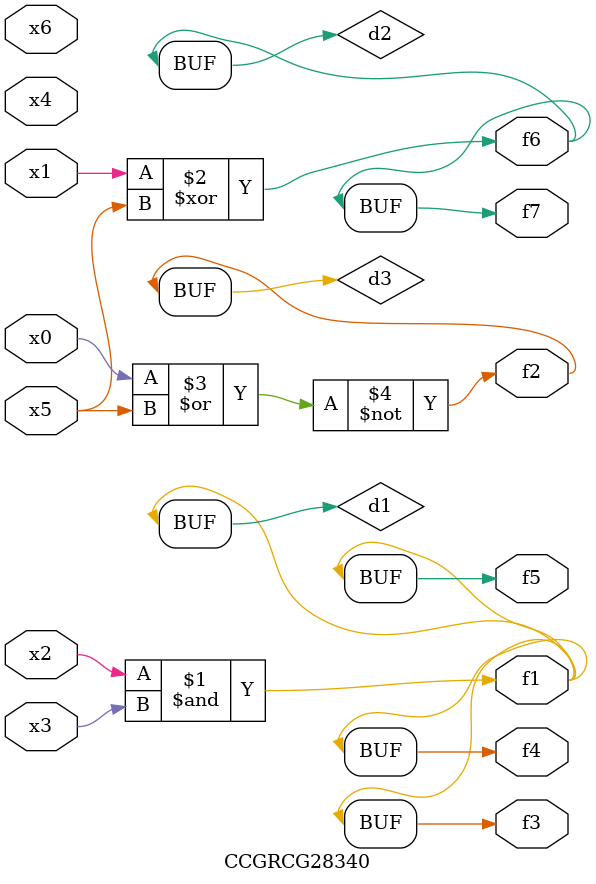
<source format=v>
module CCGRCG28340(
	input x0, x1, x2, x3, x4, x5, x6,
	output f1, f2, f3, f4, f5, f6, f7
);

	wire d1, d2, d3;

	and (d1, x2, x3);
	xor (d2, x1, x5);
	nor (d3, x0, x5);
	assign f1 = d1;
	assign f2 = d3;
	assign f3 = d1;
	assign f4 = d1;
	assign f5 = d1;
	assign f6 = d2;
	assign f7 = d2;
endmodule

</source>
